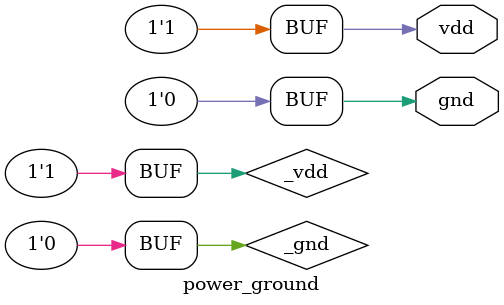
<source format=sv>
module power_ground (
  output vdd,
  output gnd
);
  supply1 _vdd;
  supply0 _gnd;

  assign vdd = _vdd;
  assign gnd = _gnd;
endmodule : power_ground

</source>
